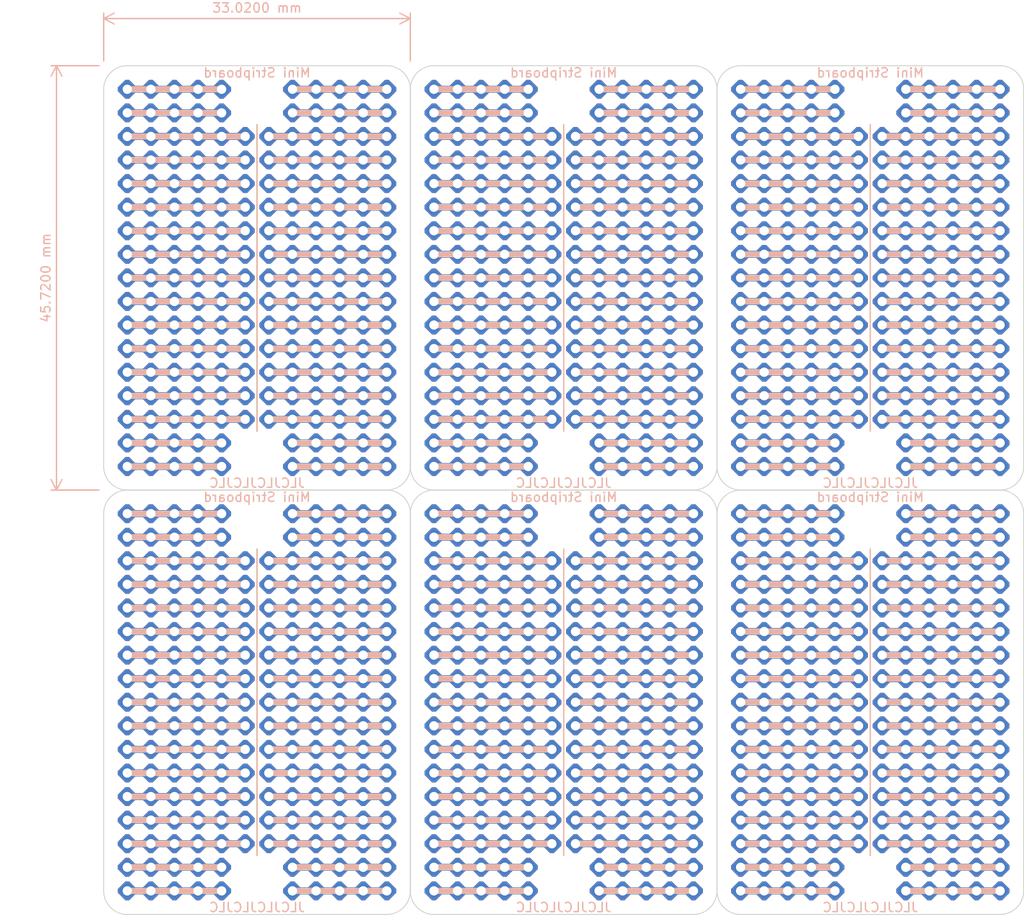
<source format=kicad_pcb>
(kicad_pcb (version 20211014) (generator pcbnew)
  (layers (0 "F.Cu" signal) (31 "B.Cu" signal) (34 "B.Paste" user) (35 "F.Paste" user) (36 "B.SilkS" user "B.Silkscreen") (37 "F.SilkS" user "F.Silkscreen") (38 "B.Mask" user) (39 "F.Mask" user) (44 "Edge.Cuts" user))
  (net 0 "")
  (footprint "Custom:Strip6" (layer "F.Cu") (at 77.47 64.77 90)
    (fp_text reference "REF**" hide)
    (fp_text value "Strip6" hide)
  )
  (footprint "Custom:Strip6" (layer "F.Cu") (at 95.25 92.71 90)
    (fp_text reference "REF**98" hide)
    (fp_text value "Strip6" hide)
  )
  (footprint "Custom:Strip6" (layer "F.Cu") (at 143.51 64.77 90)
    (fp_text reference "REF**121" hide)
    (fp_text value "Strip6" hide)
  )
  (footprint "Custom:Strip6" (layer "F.Cu") (at 128.27 57.15 90)
    (fp_text reference "REF**126" hide)
    (fp_text value "Strip6" hide)
  )
  (footprint "Custom:Strip6" (layer "F.Cu") (at 143.51 67.31 90)
    (fp_text reference "REF**119" hide)
    (fp_text value "Strip6" hide)
  )
  (footprint "Custom:Strip6" (layer "F.Cu") (at 62.23 118.11 90)
    (fp_text reference "REF**6" hide)
    (fp_text value "Strip6" hide)
  )
  (footprint "Custom:Strip6" (layer "F.Cu") (at 62.23 67.31 90)
    (fp_text reference "REF**" hide)
    (fp_text value "Strip6" hide)
  )
  (footprint "Custom:Strip6" (layer "F.Cu") (at 95.25 67.31 90)
    (fp_text reference "REF**46" hide)
    (fp_text value "Strip6" hide)
  )
  (footprint "MountingHole:MountingHole_3.2mm_M3" (layer "F.Cu") (at 109.22 76.2)
    (fp_text reference "REF**39" hide)
    (fp_text value "MountingHole_3.2mm_M3" hide)
  )
  (footprint "Custom:Strip" (layer "F.Cu") (at 128.27 85.09 90)
    (fp_text reference "REF**176" hide)
    (fp_text value "Strip" hide)
  )
  (footprint "Custom:Strip6" (layer "F.Cu") (at 77.47 90.17 90)
    (fp_text reference "REF**29" hide)
    (fp_text value "Strip6" hide)
  )
  (footprint "Custom:Strip6" (layer "F.Cu") (at 143.51 118.11 90)
    (fp_text reference "REF**151" hide)
    (fp_text value "Strip6" hide)
  )
  (footprint "Custom:Strip6" (layer "F.Cu") (at 77.47 62.23 90)
    (fp_text reference "REF**" hide)
    (fp_text value "Strip6" hide)
  )
  (footprint "Custom:Strip6" (layer "F.Cu") (at 77.47 41.91 90)
    (fp_text reference "REF**" hide)
    (fp_text value "Strip6" hide)
  )
  (footprint "Custom:Strip6" (layer "F.Cu") (at 95.25 95.25 90)
    (fp_text reference "REF**96" hide)
    (fp_text value "Strip6" hide)
  )
  (footprint "MountingHole:MountingHole_3.2mm_M3" (layer "F.Cu") (at 142.24 83.82)
    (fp_text reference "REF**178" hide)
    (fp_text value "MountingHole_3.2mm_M3" hide)
  )
  (footprint "Custom:Strip" (layer "F.Cu") (at 95.25 77.47 90)
    (fp_text reference "REF**37" hide)
    (fp_text value "Strip" hide)
  )
  (footprint "Custom:Strip6" (layer "F.Cu") (at 95.25 113.03 90)
    (fp_text reference "REF**82" hide)
    (fp_text value "Strip6" hide)
  )
  (footprint "Custom:Strip6" (layer "F.Cu") (at 143.51 87.63 90)
    (fp_text reference "REF**175" hide)
    (fp_text value "Strip6" hide)
  )
  (footprint "Custom:Strip6" (layer "F.Cu") (at 62.23 115.57 90)
    (fp_text reference "REF**8" hide)
    (fp_text value "Strip6" hide)
  )
  (footprint "Custom:Strip6" (layer "F.Cu") (at 95.25 118.11 90)
    (fp_text reference "REF**78" hide)
    (fp_text value "Strip6" hide)
  )
  (footprint "Custom:Strip" (layer "F.Cu") (at 95.25 36.83 90)
    (fp_text reference "REF**71" hide)
    (fp_text value "Strip" hide)
  )
  (footprint "Custom:Strip6" (layer "F.Cu") (at 110.49 59.69 90)
    (fp_text reference "REF**53" hide)
    (fp_text value "Strip6" hide)
  )
  (footprint "Custom:Strip6" (layer "F.Cu") (at 62.23 69.85 90)
    (fp_text reference "REF**" hide)
    (fp_text value "Strip6" hide)
  )
  (footprint "Custom:Strip6" (layer "F.Cu") (at 143.51 62.23 90)
    (fp_text reference "REF**123" hide)
    (fp_text value "Strip6" hide)
  )
  (footprint "Custom:Strip" (layer "F.Cu") (at 80.015 74.93 90)
    (fp_text reference "REF**" hide)
    (fp_text value "Strip" hide)
  )
  (footprint "Custom:Strip6" (layer "F.Cu") (at 95.25 110.49 90)
    (fp_text reference "REF**84" hide)
    (fp_text value "Strip6" hide)
  )
  (footprint "Custom:Strip6" (layer "F.Cu") (at 110.49 52.07 90)
    (fp_text reference "REF**59" hide)
    (fp_text value "Strip6" hide)
  )
  (footprint "Custom:Strip6" (layer "F.Cu") (at 110.49 97.79 90)
    (fp_text reference "REF**95" hide)
    (fp_text value "Strip6" hide)
  )
  (footprint "Custom:Strip6" (layer "F.Cu") (at 143.51 54.61 90)
    (fp_text reference "REF**129" hide)
    (fp_text value "Strip6" hide)
  )
  (footprint "Custom:Strip" (layer "F.Cu") (at 128.27 123.19 90)
    (fp_text reference "REF**145" hide)
    (fp_text value "Strip" hide)
  )
  (footprint "Custom:Strip6" (layer "F.Cu") (at 110.49 64.77 90)
    (fp_text reference "REF**49" hide)
    (fp_text value "Strip6" hide)
  )
  (footprint "Custom:Strip" (layer "F.Cu") (at 62.23 36.83 90)
    (fp_text reference "REF**" hide)
    (fp_text value "Strip" hide)
  )
  (footprint "Custom:Strip6" (layer "F.Cu") (at 128.27 64.77 90)
    (fp_text reference "REF**120" hide)
    (fp_text value "Strip6" hide)
  )
  (footprint "Custom:Strip" (layer "F.Cu") (at 146.055 77.47 90)
    (fp_text reference "REF**110" hide)
    (fp_text value "Strip" hide)
  )
  (footprint "Custom:Strip" (layer "F.Cu") (at 113.04 85.09 90)
    (fp_text reference "REF**105" hide)
    (fp_text value "Strip" hide)
  )
  (footprint "Custom:Strip6" (layer "F.Cu") (at 95.25 100.33 90)
    (fp_text reference "REF**92" hide)
    (fp_text value "Strip6" hide)
  )
  (footprint "Custom:Strip6" (layer "F.Cu") (at 143.51 107.95 90)
    (fp_text reference "REF**159" hide)
    (fp_text value "Strip6" hide)
  )
  (footprint "Custom:Strip" (layer "F.Cu") (at 80.02 39.37 90)
    (fp_text reference "REF**" hide)
    (fp_text value "Strip" hide)
  )
  (footprint "Custom:Strip" (layer "F.Cu") (at 62.23 39.37 90)
    (fp_text reference "REF**" hide)
    (fp_text value "Strip" hide)
  )
  (footprint "Custom:Strip" (layer "F.Cu") (at 80.02 36.83 90)
    (fp_text reference "REF**" hide)
    (fp_text value "Strip" hide)
  )
  (footprint "Custom:Strip6" (layer "F.Cu") (at 143.51 52.07 90)
    (fp_text reference "REF**131" hide)
    (fp_text value "Strip6" hide)
  )
  (footprint "Custom:Strip6" (layer "F.Cu") (at 110.49 107.95 90)
    (fp_text reference "REF**87" hide)
    (fp_text value "Strip6" hide)
  )
  (footprint "Custom:Strip6" (layer "F.Cu") (at 62.23 64.77 90)
    (fp_text reference "REF**" hide)
    (fp_text value "Strip6" hide)
  )
  (footprint "Custom:Strip6" (layer "F.Cu") (at 143.51 49.53 90)
    (fp_text reference "REF**133" hide)
    (fp_text value "Strip6" hide)
  )
  (footprint "Custom:Strip6" (layer "F.Cu") (at 77.47 100.33 90)
    (fp_text reference "REF**21" hide)
    (fp_text value "Strip6" hide)
  )
  (footprint "Custom:Strip6" (layer "F.Cu") (at 110.49 67.31 90)
    (fp_text reference "REF**47" hide)
    (fp_text value "Strip6" hide)
  )
  (footprint "Custom:Strip" (layer "F.Cu") (at 113.035 74.93 90)
    (fp_text reference "REF**41" hide)
    (fp_text value "Strip" hide)
  )
  (footprint "Custom:Strip6" (layer "F.Cu") (at 95.25 72.39 90)
    (fp_text reference "REF**42" hide)
    (fp_text value "Strip6" hide)
  )
  (footprint "MountingHole:MountingHole_3.2mm_M3" (layer "F.Cu") (at 142.24 76.2)
    (fp_text reference "REF**111" hide)
    (fp_text value "MountingHole_3.2mm_M3" hide)
  )
  (footprint "Custom:Strip" (layer "F.Cu") (at 95.25 74.93 90)
    (fp_text reference "REF**40" hide)
    (fp_text value "Strip" hide)
  )
  (footprint "MountingHole:MountingHole_3.2mm_M3" (layer "F.Cu") (at 109.22 83.82)
    (fp_text reference "REF**106" hide)
    (fp_text value "MountingHole_3.2mm_M3" hide)
  )
  (footprint "Custom:Strip6" (layer "F.Cu") (at 77.47 72.39 90)
    (fp_text reference "REF**" hide)
    (fp_text value "Strip6" hide)
  )
  (footprint "Custom:Strip6" (layer "F.Cu") (at 110.49 95.25 90)
    (fp_text reference "REF**97" hide)
    (fp_text value "Strip6" hide)
  )
  (footprint "Custom:Strip6" (layer "F.Cu") (at 62.23 52.07 90)
    (fp_text reference "REF**" hide)
    (fp_text value "Strip6" hide)
  )
  (footprint "Custom:Strip6" (layer "F.Cu") (at 77.47 67.31 90)
    (fp_text reference "REF**" hide)
    (fp_text value "Strip6" hide)
  )
  (footprint "Custom:Strip6" (layer "F.Cu") (at 143.51 102.87 90)
    (fp_text reference "REF**163" hide)
    (fp_text value "Strip6" hide)
  )
  (footprint "Custom:Strip" (layer "F.Cu") (at 62.23 85.09 90)
    (fp_text reference "REF**32" hide)
    (fp_text value "Strip" hide)
  )
  (footprint "Custom:Strip6" (layer "F.Cu") (at 128.27 115.57 90)
    (fp_text reference "REF**152" hide)
    (fp_text value "Strip6" hide)
  )
  (footprint "Custom:Strip6" (layer "F.Cu") (at 110.49 49.53 90)
    (fp_text reference "REF**61" hide)
    (fp_text value "Strip6" hide)
  )
  (footprint "Custom:Strip" (layer "F.Cu") (at 95.25 85.09 90)
    (fp_text reference "REF**104" hide)
    (fp_text value "Strip" hide)
  )
  (footprint "Custom:Strip" (layer "F.Cu") (at 95.25 39.37 90)
    (fp_text reference "REF**68" hide)
    (fp_text value "Strip" hide)
  )
  (footprint "Custom:Strip6" (layer "F.Cu") (at 143.51 59.69 90)
    (fp_text reference "REF**125" hide)
    (fp_text value "Strip6" hide)
  )
  (footprint "Custom:Strip6" (layer "F.Cu") (at 95.25 62.23 90)
    (fp_text reference "REF**50" hide)
    (fp_text value "Strip6" hide)
  )
  (footprint "Custom:Strip" (layer "F.Cu") (at 146.06 82.55 90)
    (fp_text reference "REF**180" hide)
    (fp_text value "Strip" hide)
  )
  (footprint "Custom:Strip6" (layer "F.Cu") (at 95.25 64.77 90)
    (fp_text reference "REF**48" hide)
    (fp_text value "Strip6" hide)
  )
  (footprint "MountingHole:MountingHole_3.2mm_M3" (layer "F.Cu") (at 109.22 121.92)
    (fp_text reference "REF**75" hide)
    (fp_text value "MountingHole_3.2mm_M3" hide)
  )
  (footprint "Custom:Strip6" (layer "F.Cu") (at 128.27 90.17 90)
    (fp_text reference "REF**172" hide)
    (fp_text value "Strip6" hide)
  )
  (footprint "Custom:Strip6" (layer "F.Cu") (at 95.25 87.63 90)
    (fp_text reference "REF**102" hide)
    (fp_text value "Strip6" hide)
  )
  (footprint "Custom:Strip6" (layer "F.Cu") (at 62.23 59.69 90)
    (fp_text reference "REF**" hide)
    (fp_text value "Strip6" hide)
  )
  (footprint "Custom:Strip" (layer "F.Cu") (at 80.015 123.19 90)
    (fp_text reference "REF**2" hide)
    (fp_text value "Strip" hide)
  )
  (footprint "Custom:Strip6" (layer "F.Cu") (at 110.49 90.17 90)
    (fp_text reference "REF**101" hide)
    (fp_text value "Strip6" hide)
  )
  (footprint "Custom:Strip6" (layer "F.Cu") (at 95.25 44.45 90)
    (fp_text reference "REF**64" hide)
    (fp_text value "Strip6" hide)
  )
  (footprint "Custom:Strip6" (layer "F.Cu") (at 128.27 72.39 90)
    (fp_text reference "REF**114" hide)
    (fp_text value "Strip6" hide)
  )
  (footprint "Custom:Strip6" (layer "F.Cu") (at 110.49 110.49 90)
    (fp_text reference "REF**85" hide)
    (fp_text value "Strip6" hide)
  )
  (footprint "Custom:Strip6" (layer "F.Cu") (at 77.47 49.53 90)
    (fp_text reference "REF**" hide)
    (fp_text value "Strip6" hide)
  )
  (footprint "Custom:Strip6" (layer "F.Cu") (at 77.47 59.69 90)
    (fp_text reference "REF**" hide)
    (fp_text value "Strip6" hide)
  )
  (footprint "Custom:Strip6" (layer "F.Cu") (at 128.27 69.85 90)
    (fp_text reference "REF**116" hide)
    (fp_text value "Strip6" hide)
  )
  (footprint "Custom:Strip6" (layer "F.Cu") (at 128.27 105.41 90)
    (fp_text reference "REF**160" hide)
    (fp_text value "Strip6" hide)
  )
  (footprint "Custom:Strip6" (layer "F.Cu") (at 62.23 57.15 90)
    (fp_text reference "REF**" hide)
    (fp_text value "Strip6" hide)
  )
  (footprint "Custom:Strip6" (layer "F.Cu") (at 77.47 110.49 90)
    (fp_text reference "REF**13" hide)
    (fp_text value "Strip6" hide)
  )
  (footprint "Custom:Strip" (layer "F.Cu") (at 113.04 39.37 90)
    (fp_text reference "REF**69" hide)
    (fp_text value "Strip" hide)
  )
  (footprint "Custom:Strip6" (layer "F.Cu") (at 128.27 102.87 90)
    (fp_text reference "REF**162" hide)
    (fp_text value "Strip6" hide)
  )
  (footprint "Custom:Strip" (layer "F.Cu") (at 62.23 120.65 90)
    (fp_text reference "REF**4" hide)
    (fp_text value "Strip" hide)
  )
  (footprint "Custom:Strip6" (layer "F.Cu") (at 110.49 87.63 90)
    (fp_text reference "REF**103" hide)
    (fp_text value "Strip6" hide)
  )
  (footprint "Custom:Strip6" (layer "F.Cu") (at 110.49 44.45 90)
    (fp_text reference "REF**65" hide)
    (fp_text value "Strip6" hide)
  )
  (footprint "Custom:Strip6" (layer "F.Cu") (at 128.27 52.07 90)
    (fp_text reference "REF**130" hide)
    (fp_text value "Strip6" hide)
  )
  (footprint "Custom:Strip6" (layer "F.Cu") (at 77.47 92.71 90)
    (fp_text reference "REF**27" hide)
    (fp_text value "Strip6" hide)
  )
  (footprint "Custom:Strip6" (layer "F.Cu") (at 110.49 57.15 90)
    (fp_text reference "REF**55" hide)
    (fp_text value "Strip6" hide)
  )
  (footprint "Custom:Strip" (layer "F.Cu") (at 62.23 74.93 90)
    (fp_text reference "REF**" hide)
    (fp_text value "Strip" hide)
  )
  (footprint "Custom:Strip6" (layer "F.Cu") (at 128.27 100.33 90)
    (fp_text reference "REF**164" hide)
    (fp_text value "Strip6" hide)
  )
  (footprint "Custom:Strip" (layer "F.Cu") (at 80.02 82.55 90)
    (fp_text reference "REF**36" hide)
    (fp_text value "Strip" hide)
  )
  (footprint "Custom:Strip" (layer "F.Cu") (at 62.23 123.19 90)
    (fp_text reference "REF**1" hide)
    (fp_text value "Strip" hide)
  )
  (footprint "Custom:Strip6" (layer "F.Cu") (at 128.27 113.03 90)
    (fp_text reference "REF**154" hide)
    (fp_text value "Strip6" hide)
  )
  (footprint "Custom:Strip6" (layer "F.Cu") (at 77.47 44.45 90)
    (fp_text reference "REF**" hide)
    (fp_text value "Strip6" hide)
  )
  (footprint "Custom:Strip" (layer "F.Cu") (at 113.04 36.83 90)
    (fp_text reference "REF**72" hide)
    (fp_text value "Strip" hide)
  )
  (footprint "Custom:Strip6" (layer "F.Cu") (at 143.51 57.15 90)
    (fp_text reference "REF**127" hide)
    (fp_text value "Strip6" hide)
  )
  (footprint "Custom:Strip6" (layer "F.Cu") (at 95.25 46.99 90)
    (fp_text reference "REF**62" hide)
    (fp_text value "Strip6" hide)
  )
  (footprint "Custom:Strip6" (layer "F.Cu") (at 95.25 107.95 90)
    (fp_text reference "REF**86" hide)
    (fp_text value "Strip6" hide)
  )
  (footprint "Custom:Strip6" (layer "F.Cu") (at 143.51 69.85 90)
    (fp_text reference "REF**117" hide)
    (fp_text value "Strip6" hide)
  )
  (footprint "Custom:Strip6" (layer "F.Cu") (at 110.49 54.61 90)
    (fp_text reference "REF**57" hide)
    (fp_text value "Strip6" hide)
  )
  (footprint "Custom:Strip6" (layer "F.Cu") (at 110.49 105.41 90)
    (fp_text reference "REF**89" hide)
    (fp_text value "Strip6" hide)
  )
  (footprint "Custom:Strip6" (layer "F.Cu") (at 62.23 72.39 90)
    (fp_text reference "REF**" hide)
    (fp_text value "Strip6" hide)
  )
  (footprint "Custom:Strip6" (layer "F.Cu") (at 128.27 44.45 90)
    (fp_text reference "REF**136" hide)
    (fp_text value "Strip6" hide)
  )
  (footprint "Custom:Strip6" (layer "F.Cu") (at 110.49 100.33 90)
    (fp_text reference "REF**93" hide)
    (fp_text value "Strip6" hide)
  )
  (footprint "Custom:Strip6" (layer "F.Cu") (at 62.23 97.79 90)
    (fp_text reference "REF**22" hide)
    (fp_text value "Strip6" hide)
  )
  (footprint "Custom:Strip6" (layer "F.Cu") (at 110.49 62.23 90)
    (fp_text reference "REF**51" hide)
    (fp_text value "Strip6" hide)
  )
  (footprint "Custom:Strip" (layer "F.Cu") (at 95.25 120.65 90)
    (fp_text reference "REF**76" hide)
    (fp_text value "Strip" hide)
  )
  (footprint "Custom:Strip6" (layer "F.Cu") (at 62.23 44.45 90)
    (fp_text reference "REF**" hide)
    (fp_text value "Strip6" hide)
  )
  (footprint "Custom:Strip6" (layer "F.Cu") (at 95.25 59.69 90)
    (fp_text reference "REF**52" hide)
    (fp_text value "Strip6" hide)
  )
  (footprint "Custom:Strip6" (layer "F.Cu") (at 128.27 62.23 90)
    (fp_text reference "REF**122" hide)
    (fp_text value "Strip6" hide)
  )
  (footprint "Custom:Strip" (layer "F.Cu") (at 80.02 85.09 90)
    (fp_text reference "REF**33" hide)
    (fp_text value "Strip" hide)
  )
  (footprint "Custom:Strip6" (layer "F.Cu") (at 143.51 46.99 90)
    (fp_text reference "REF**135" hide)
    (fp_text value "Strip6" hide)
  )
  (footprint "MountingHole:MountingHole_3.2mm_M3" (layer "F.Cu") (at 76.2 38.1)
    (fp_text reference "REF**" hide)
    (fp_text value "MountingHole_3.2mm_M3" hide)
  )
  (footprint "Custom:Strip6" (layer "F.Cu") (at 95.25 115.57 90)
    (fp_text reference "REF**80" hide)
    (fp_text value "Strip6" hide)
  )
  (footprint "Custom:Strip6" (layer "F.Cu") (at 62.23 41.91 90)
    (fp_text reference "REF**" hide)
    (fp_text value "Strip6" hide)
  )
  (footprint "Custom:Strip6" (layer "F.Cu") (at 62.23 110.49 90)
    (fp_text reference "REF**12" hide)
    (fp_text value "Strip6" hide)
  )
  (footprint "Custom:Strip6" (layer "F.Cu") (at 128.27 54.61 90)
    (fp_text reference "REF**128" hide)
    (fp_text value "Strip6" hide)
  )
  (footprint "Custom:Strip6" (layer "F.Cu") (at 95.25 90.17 90)
    (fp_text reference "REF**100" hide)
    (fp_text value "Strip6" hide)
  )
  (footprint "Custom:Strip6" (layer "F.Cu") (at 95.25 57.15 90)
    (fp_text reference "REF**54" hide)
    (fp_text value "Strip6" hide)
  )
  (footprint "Custom:Strip6" (layer "F.Cu") (at 143.51 100.33 90)
    (fp_text reference "REF**165" hide)
    (fp_text value "Strip6" hide)
  )
  (footprint "Custom:Strip6" (layer "F.Cu") (at 128.27 87.63 90)
    (fp_text reference "REF**174" hide)
    (fp_text value "Strip6" hide)
  )
  (footprint "MountingHole:MountingHole_3.2mm_M3" (layer "F.Cu") (at 76.2 121.92)
    (fp_text reference "REF**3" hide)
    (fp_text value "MountingHole_3.2mm_M3" hide)
  )
  (footprint "Custom:Strip" (layer "F.Cu") (at 146.055 120.65 90)
    (fp_text reference "REF**149" hide)
    (fp_text value "Strip" hide)
  )
  (footprint "Custom:Strip6" (layer "F.Cu") (at 62.23 54.61 90)
    (fp_text reference "REF**" hide)
    (fp_text value "Strip6" hide)
  )
  (footprint "MountingHole:MountingHole_3.2mm_M3" (layer "F.Cu") (at 142.24 38.1)
    (fp_text reference "REF**142" hide)
    (fp_text value "MountingHole_3.2mm_M3" hide)
  )
  (footprint "Custom:Strip6" (layer "F.Cu") (at 62.23 100.33 90)
    (fp_text reference "REF**20" hide)
    (fp_text value "Strip6" hide)
  )
  (footprint "Custom:Strip6" (layer "F.Cu") (at 128.27 46.99 90)
    (fp_text reference "REF**134" hide)
    (fp_text value "Strip6" hide)
  )
  (footprint "Custom:Strip6" (layer "F.Cu") (at 95.25 97.79 90)
    (fp_text reference "REF**94" hide)
    (fp_text value "Strip6" hide)
  )
  (footprint "Custom:Strip6" (layer "F.Cu") (at 143.51 113.03 90)
    (fp_text reference "REF**155" hide)
    (fp_text value "Strip6" hide)
  )
  (footprint "Custom:Strip6" (layer "F.Cu") (at 77.47 97.79 90)
    (fp_text reference "REF**23" hide)
    (fp_text value "Strip6" hide)
  )
  (footprint "Custom:Strip6" (layer "F.Cu") (at 77.47 54.61 90)
    (fp_text reference "REF**" hide)
    (fp_text value "Strip6" hide)
  )
  (footprint "Custom:Strip6" (layer "F.Cu") (at 110.49 72.39 90)
    (fp_text reference "REF**43" hide)
    (fp_text value "Strip6" hide)
  )
  (footprint "Custom:Strip6" (layer "F.Cu") (at 77.47 102.87 90)
    (fp_text reference "REF**19" hide)
    (fp_text value "Strip6" hide)
  )
  (footprint "Custom:Strip" (layer "F.Cu") (at 95.25 82.55 90)
    (fp_text reference "REF**107" hide)
    (fp_text value "Strip" hide)
  )
  (footprint "Custom:Strip" (layer "F.Cu") (at 128.27 120.65 90)
    (fp_text reference "REF**148" hide)
    (fp_text value "Strip" hide)
  )
  (footprint "Custom:Strip6" (layer "F.Cu") (at 77.47 52.07 90)
    (fp_text reference "REF**" hide)
    (fp_text value "Strip6" hide)
  )
  (footprint "Custom:Strip6" (layer "F.Cu") (at 143.51 115.57 90)
    (fp_text reference "REF**153" hide)
    (fp_text value "Strip6" hide)
  )
  (footprint "Custom:Strip6" (layer "F.Cu") (at 128.27 49.53 90)
    (fp_text reference "REF**132" hide)
    (fp_text value "Strip6" hide)
  )
  (footprint "Custom:Strip6" (layer "F.Cu") (at 143.51 97.79 90)
    (fp_text reference "REF**167" hide)
    (fp_text value "Strip6" hide)
  )
  (footprint "Custom:Strip6" (layer "F.Cu") (at 62.23 90.17 90)
    (fp_text reference "REF**28" hide)
    (fp_text value "Strip6" hide)
  )
  (footprint "Custom:Strip" (layer "F.Cu") (at 113.04 82.55 90)
    (fp_text reference "REF**108" hide)
    (fp_text value "Strip" hide)
  )
  (footprint "Custom:Strip6" (layer "F.Cu") (at 77.47 105.41 90)
    (fp_text reference "REF**17" hide)
    (fp_text value "Strip6" hide)
  )
  (footprint "Custom:Strip6" (layer "F.Cu") (at 143.51 105.41 90)
    (fp_text reference "REF**161" hide)
    (fp_text value "Strip6" hide)
  )
  (footprint "Custom:Strip" (layer "F.Cu") (at 113.035 123.19 90)
    (fp_text reference "REF**74" hide)
    (fp_text value "Strip" hide)
  )
  (footprint "Custom:Strip6" (layer "F.Cu") (at 95.25 49.53 90)
    (fp_text reference "REF**60" hide)
    (fp_text value "Strip6" hide)
  )
  (footprint "Custom:Strip6" (layer "F.Cu") (at 110.49 46.99 90)
    (fp_text reference "REF**63" hide)
    (fp_text value "Strip6" hide)
  )
  (footprint "Custom:Strip6" (layer "F.Cu") (at 77.47 107.95 90)
    (fp_text reference "REF**15" hide)
    (fp_text value "Strip6" hide)
  )
  (footprint "Custom:Strip6" (layer "F.Cu") (at 110.49 69.85 90)
    (fp_text reference "REF**45" hide)
    (fp_text value "Strip6" hide)
  )
  (footprint "Custom:Strip6" (layer "F.Cu") (at 128.27 41.91 90)
    (fp_text reference "REF**138" hide)
    (fp_text value "Strip6" hide)
  )
  (footprint "Custom:Strip6" (layer "F.Cu") (at 128.27 110.49 90)
    (fp_text reference "REF**156" hide)
    (fp_text value "Strip6" hide)
  )
  (footprint "Custom:Strip6" (layer "F.Cu") (at 110.49 113.03 90)
    (fp_text reference "REF**83" hide)
    (fp_text value "Strip6" hide)
  )
  (footprint "Custom:Strip6" (layer "F.Cu") (at 128.27 67.31 90)
    (fp_text reference "REF**118" hide)
    (fp_text value "Strip6" hide)
  )
  (footprint "Custom:Strip" (layer "F.Cu") (at 146.06 36.83 90)
    (fp_text reference "REF**144" hide)
    (fp_text value "Strip" hide)
  )
  (footprint "Custom:Strip6" (layer "F.Cu") (at 77.47 87.63 90)
    (fp_text reference "REF**31" hide)
    (fp_text value "Strip6" hide)
  )
  (footprint "Custom:Strip" (layer "F.Cu") (at 128.27 82.55 90)
    (fp_text reference "REF**179" hide)
    (fp_text value "Strip" hide)
  )
  (footprint "Custom:Strip6" (layer "F.Cu") (at 77.47 57.15 90)
    (fp_text reference "REF**" hide)
    (fp_text value "Strip6" hide)
  )
  (footprint "Custom:Strip6" (layer "F.Cu") (at 143.51 44.45 90)
    (fp_text reference "REF**137" hide)
    (fp_text value "Strip6" hide)
  )
  (footprint "Custom:Strip6" (layer "F.Cu") (at 110.49 102.87 90)
    (fp_text reference "REF**91" hide)
    (fp_text value "Strip6" hide)
  )
  (footprint "Custom:Strip6" (layer "F.Cu") (at 62.23 113.03 90)
    (fp_text reference "REF**10" hide)
    (fp_text value "Strip6" hide)
  )
  (footprint "Custom:Strip" (layer "F.Cu") (at 128.27 36.83 90)
    (fp_text reference "REF**143" hide)
    (fp_text value "Strip" hide)
  )
  (footprint "Custom:Strip" (layer "F.Cu") (at 62.23 82.55 90)
    (fp_text reference "REF**35" hide)
    (fp_text value "Strip" hide)
  )
  (footprint "Custom:Strip6" (layer "F.Cu") (at 128.27 107.95 90)
    (fp_text reference "REF**158" hide)
    (fp_text value "Strip6" hide)
  )
  (footprint "Custom:Strip6" (layer "F.Cu") (at 110.49 92.71 90)
    (fp_text reference "REF**99" hide)
    (fp_text value "Strip6" hide)
  )
  (footprint "Custom:Strip6" (layer "F.Cu") (at 62.23 95.25 90)
    (fp_text reference "REF**24" hide)
    (fp_text value "Strip6" hide)
  )
  (footprint "Custom:Strip" (layer "F.Cu") (at 128.27 74.93 90)
    (fp_text reference "REF**112" hide)
    (fp_text value "Strip" hide)
  )
  (footprint "Custom:Strip6" (layer "F.Cu") (at 62.23 107.95 90)
    (fp_text reference "REF**14" hide)
    (fp_text value "Strip6" hide)
  )
  (footprint "Custom:Strip" (layer "F.Cu") (at 80.015 77.47 90)
    (fp_text reference "REF**" hide)
    (fp_text value "Strip" hide)
  )
  (footprint "Custom:Strip" (layer "F.Cu") (at 113.035 120.65 90)
    (fp_text reference "REF**77" hide)
    (fp_text value "Strip" hide)
  )
  (footprint "Custom:Strip" (layer "F.Cu") (at 146.06 85.09 90)
    (fp_text reference "REF**177" hide)
    (fp_text value "Strip" hide)
  )
  (footprint "Custom:Strip6" (layer "F.Cu") (at 62.23 105.41 90)
    (fp_text reference "REF**16" hide)
    (fp_text value "Strip6" hide)
  )
  (footprint "MountingHole:MountingHole_3.2mm_M3" (layer "F.Cu") (at 109.22 38.1)
    (fp_text reference "REF**70" hide)
    (fp_text value "MountingHole_3.2mm_M3" hide)
  )
  (footprint "Custom:Strip6" (layer "F.Cu") (at 110.49 118.11 90)
    (fp_text reference "REF**79" hide)
    (fp_text value "Strip6" hide)
  )
  (footprint "Custom:Strip6" (layer "F.Cu") (at 143.51 41.91 90)
    (fp_text reference "REF**139" hide)
    (fp_text value "Strip6" hide)
  )
  (footprint "Custom:Strip6" (layer "F.Cu") (at 143.51 95.25 90)
    (fp_text reference "REF**169" hide)
    (fp_text value "Strip6" hide)
  )
  (footprint "Custom:Strip" (layer "F.Cu") (at 146.055 123.19 90)
    (fp_text reference "REF**146" hide)
    (fp_text value "Strip" hide)
  )
  (footprint "Custom:Strip" (layer "F.Cu") (at 95.25 123.19 90)
    (fp_text reference "REF**73" hide)
    (fp_text value "Strip" hide)
  )
  (footprint "Custom:Strip6" (layer "F.Cu") (at 128.27 59.69 90)
    (fp_text reference "REF**124" hide)
    (fp_text value "Strip6" hide)
  )
  (footprint "Custom:Strip6" (layer "F.Cu") (at 62.23 62.23 90)
    (fp_text reference "REF**" hide)
    (fp_text value "Strip6" hide)
  )
  (footprint "Custom:Strip6" (layer "F.Cu") (at 77.47 115.57 90)
    (fp_text reference "REF**9" hide)
    (fp_text value "Strip6" hide)
  )
  (footprint "Custom:Strip" (layer "F.Cu") (at 146.06 39.37 90)
    (fp_text reference "REF**141" hide)
    (fp_text value "Strip" hide)
  )
  (footprint "Custom:Strip6" (layer "F.Cu") (at 95.25 105.41 90)
    (fp_text reference "REF**88" hide)
    (fp_text value "Strip6" hide)
  )
  (footprint "Custom:Strip6" (layer "F.Cu") (at 62.23 46.99 90)
    (fp_text reference "REF**" hide)
    (fp_text value "Strip6" hide)
  )
  (footprint "Custom:Strip6" (layer "F.Cu") (at 128.27 92.71 90)
    (fp_text reference "REF**170" hide)
    (fp_text value "Strip6" hide)
  )
  (footprint "Custom:Strip6" (layer "F.Cu") (at 77.47 113.03 90)
    (fp_text reference "REF**11" hide)
    (fp_text value "Strip6" hide)
  )
  (footprint "Custom:Strip6" (layer "F.Cu") (at 95.25 69.85 90)
    (fp_text reference "REF**44" hide)
    (fp_text value "Strip6" hide)
  )
  (footprint "Custom:Strip6" (layer "F.Cu") (at 77.47 69.85 90)
    (fp_text reference "REF**" hide)
    (fp_text value "Strip6" hide)
  )
  (footprint "Custom:Strip6" (layer "F.Cu") (at 95.25 102.87 90)
    (fp_text reference "REF**90" hide)
    (fp_text value "Strip6" hide)
  )
  (footprint "Custom:Strip6" (layer "F.Cu") (at 143.51 92.71 90)
    (fp_text reference "REF**171" hide)
    (fp_text value "Strip6" hide)
  )
  (footprint "Custom:Strip6" (layer "F.Cu") (at 62.23 49.53 90)
    (fp_text reference "REF**" hide)
    (fp_text value "Strip6" hide)
  )
  (footprint "Custom:Strip6" (layer "F.Cu") (at 62.23 87.63 90)
    (fp_text reference "REF**30" hide)
    (fp_text value "Strip6" hide)
  )
  (footprint "Custom:Strip6" (layer "F.Cu") (at 62.23 102.87 90)
    (fp_text reference "REF**18" hide)
    (fp_text value "Strip6" hide)
  )
  (footprint "Custom:Strip" (layer "F.Cu") (at 80.015 120.65 90)
    (fp_text reference "REF**5" hide)
    (fp_text value "Strip" hide)
  )
  (footprint "Custom:Strip6" (layer "F.Cu") (at 128.27 97.79 90)
    (fp_text reference "REF**166" hide)
    (fp_text value "Strip6" hide)
  )
  (footprint "Custom:Strip" (layer "F.Cu") (at 62.23 77.47 90)
    (fp_text reference "REF**" hide)
    (fp_text value "Strip" hide)
  )
  (footprint "Custom:Strip" (layer "F.Cu") (at 146.055 74.93 90)
    (fp_text reference "REF**113" hide)
    (fp_text value "Strip" hide)
  )
  (footprint "Custom:Strip6" (layer "F.Cu") (at 110.49 41.91 90)
    (fp_text reference "REF**67" hide)
    (fp_text value "Strip6" hide)
  )
  (footprint "Custom:Strip6" (layer "F.Cu") (at 143.51 110.49 90)
    (fp_text reference "REF**157" hide)
    (fp_text value "Strip6" hide)
  )
  (footprint "Custom:Strip6" (layer "F.Cu") (at 95.25 52.07 90)
    (fp_text reference "REF**58" hide)
    (fp_text value "Strip6" hide)
  )
  (footprint "Custom:Strip6" (layer "F.Cu") (at 128.27 95.25 90)
    (fp_text reference "REF**168" hide)
    (fp_text value "Strip6" hide)
  )
  (footprint "MountingHole:MountingHole_3.2mm_M3" (layer "F.Cu") (at 142.24 121.92)
    (fp_text reference "REF**147" hide)
    (fp_text value "MountingHole_3.2mm_M3" hide)
  )
  (footprint "Custom:Strip6" (layer "F.Cu") (at 77.47 118.11 90)
    (fp_text reference "REF**7" hide)
    (fp_text value "Strip6" hide)
  )
  (footprint "Custom:Strip" (layer "F.Cu") (at 113.035 77.47 90)
    (fp_text reference "REF**38" hide)
    (fp_text value "Strip" hide)
  )
  (footprint "Custom:Strip6" (layer "F.Cu") (at 128.27 118.11 90)
    (fp_text reference "REF**150" hide)
    (fp_text value "Strip6" hide)
  )
  (footprint "MountingHole:MountingHole_3.2mm_M3" (layer "F.Cu") (at 76.2 76.2)
    (fp_text reference "REF**" hide)
    (fp_text value "MountingHole_3.2mm_M3" hide)
  )
  (footprint "Custom:Strip6" (layer "F.Cu") (at 77.47 46.99 90)
    (fp_text reference "REF**" hide)
    (fp_text value "Strip6" hide)
  )
  (footprint "Custom:Strip" (layer "F.Cu") (at 128.27 39.37 90)
    (fp_text reference "REF**140" hide)
    (fp_text value "Strip" hide)
  )
  (footprint "Custom:Strip6" (layer "F.Cu") (at 62.23 92.71 90)
    (fp_text reference "REF**26" hide)
    (fp_text value "Strip6" hide)
  )
  (footprint "Custom:Strip" (layer "F.Cu") (at 128.27 77.47 90)
    (fp_text reference "REF**109" hide)
    (fp_text value "Strip" hide)
  )
  (footprint "Custom:Strip6" (layer "F.Cu") (at 143.51 72.39 90)
    (fp_text reference "REF**115" hide)
    (fp_text value "Strip6" hide)
  )
  (footprint "Custom:Strip6" (layer "F.Cu") (at 95.25 41.91 90)
    (fp_text reference "REF**66" hide)
    (fp_text value "Strip6" hide)
  )
  (footprint "Custom:Strip6" (layer "F.Cu") (at 77.47 95.25 90)
    (fp_text reference "REF**25" hide)
    (fp_text value "Strip6" hide)
  )
  (footprint "Custom:Strip6" (layer "F.Cu") (at 143.51 90.17 90)
    (fp_text reference "REF**173" hide)
    (fp_text value "Strip6" hide)
  )
  (footprint "Custom:Strip6" (layer "F.Cu") (at 95.25 54.61 90)
    (fp_text reference "REF**56" hide)
    (fp_text value "Strip6" hide)
  )
  (footprint "Custom:Strip6" (layer "F.Cu") (at 110.49 115.57 90)
    (fp_text reference "REF**81" hide)
    (fp_text value "Strip6" hide)
  )
  (footprint "MountingHole:MountingHole_3.2mm_M3" (layer "F.Cu") (at 76.2 83.82)
    (fp_text reference "REF**34" hide)
    (fp_text value "MountingHole_3.2mm_M3" hide)
  )
  (gr_line (start 142.24 40.64) (end 142.24 73.66) (layer "B.SilkS") (width 0.15))
  (gr_line (start 109.22 40.64) (end 109.22 73.66) (layer "B.SilkS") (width 0.15))
  (gr_line (start 76.2 40.64) (end 76.2 73.66) (layer "B.SilkS") (width 0.15))
  (gr_line (start 109.22 86.36) (end 109.22 119.38) (layer "B.SilkS") (width 0.15))
  (gr_line (start 142.24 86.36) (end 142.24 119.38) (layer "B.SilkS") (width 0.15))
  (gr_line (start 76.2 86.36) (end 76.2 119.38) (layer "B.SilkS") (width 0.15))
  (gr_line (start 109.22 40.64) (end 109.22 73.66) (layer "F.SilkS") (width 0.15))
  (gr_line (start 76.2 86.36) (end 76.2 119.38) (layer "F.SilkS") (width 0.15))
  (gr_line (start 142.24 40.64) (end 142.24 73.66) (layer "F.SilkS") (width 0.15))
  (gr_line (start 76.2 40.64) (end 76.2 73.66) (layer "F.SilkS") (width 0.15))
  (gr_line (start 142.24 86.36) (end 142.24 119.38) (layer "F.SilkS") (width 0.15))
  (gr_line (start 109.22 86.36) (end 109.22 119.38) (layer "F.SilkS") (width 0.15))
  (gr_arc (start 95.249999 80.010001) (mid 93.453948 79.266052) (end 92.709999 77.470001) (layer "Edge.Cuts") (width 0.1))
  (gr_arc (start 92.710001 77.470001) (mid 91.966052 79.266052) (end 90.170001 80.010001) (layer "Edge.Cuts") (width 0.1))
  (gr_line (start 90.17 80.01) (end 62.23 80.01) (layer "Edge.Cuts") (width 0.1))
  (gr_line (start 95.249999 80.010001) (end 123.190001 80.010001) (layer "Edge.Cuts") (width 0.1))
  (gr_line (start 62.229999 80.010001) (end 90.170001 80.010001) (layer "Edge.Cuts") (width 0.1))
  (gr_arc (start 95.249999 125.730001) (mid 93.453948 124.986052) (end 92.709999 123.190001) (layer "Edge.Cuts") (width 0.1))
  (gr_arc (start 156.21 80.01) (mid 158.006051 80.753949) (end 158.75 82.55) (layer "Edge.Cuts") (width 0.1))
  (gr_arc (start 125.730001 77.470001) (mid 124.986052 79.266052) (end 123.190001 80.010001) (layer "Edge.Cuts") (width 0.1))
  (gr_line (start 156.21 80.01) (end 128.27 80.01) (layer "Edge.Cuts") (width 0.1))
  (gr_arc (start 90.17 80.01) (mid 91.966051 80.753949) (end 92.71 82.55) (layer "Edge.Cuts") (width 0.1))
  (gr_arc (start 92.71 82.55) (mid 93.453949 80.753949) (end 95.25 80.01) (layer "Edge.Cuts") (width 0.1))
  (gr_line (start 92.710001 123.190001) (end 92.71 82.55) (layer "Edge.Cuts") (width 0.1))
  (gr_line (start 123.19 34.29) (end 95.25 34.29) (layer "Edge.Cuts") (width 0.1))
  (gr_arc (start 125.73 82.55) (mid 126.473949 80.753949) (end 128.27 80.01) (layer "Edge.Cuts") (width 0.1))
  (gr_line (start 125.730001 77.470001) (end 125.73 36.83) (layer "Edge.Cuts") (width 0.1))
  (gr_line (start 92.71 36.83) (end 92.709999 77.470001) (layer "Edge.Cuts") (width 0.1))
  (gr_line (start 128.269999 125.730001) (end 156.210001 125.730001) (layer "Edge.Cuts") (width 0.1))
  (gr_arc (start 92.71 36.83) (mid 93.453949 35.033949) (end 95.25 34.29) (layer "Edge.Cuts") (width 0.1))
  (gr_arc (start 158.750001 123.190001) (mid 158.006052 124.986052) (end 156.210001 125.730001) (layer "Edge.Cuts") (width 0.1))
  (gr_line (start 158.750001 77.470001) (end 158.75 36.83) (layer "Edge.Cuts") (width 0.1))
  (gr_arc (start 62.229999 125.730001) (mid 60.433948 124.986052) (end 59.689999 123.190001) (layer "Edge.Cuts") (width 0.1))
  (gr_line (start 92.710001 77.470001) (end 92.71 36.83) (layer "Edge.Cuts") (width 0.1))
  (gr_line (start 62.229999 125.730001) (end 90.170001 125.730001) (layer "Edge.Cuts") (width 0.1))
  (gr_arc (start 123.19 80.01) (mid 124.986051 80.753949) (end 125.73 82.55) (layer "Edge.Cuts") (width 0.1))
  (gr_arc (start 158.750001 77.470001) (mid 158.006052 79.266052) (end 156.210001 80.010001) (layer "Edge.Cuts") (width 0.1))
  (gr_arc (start 59.69 36.83) (mid 60.433949 35.033949) (end 62.23 34.29) (layer "Edge.Cuts") (width 0.1))
  (gr_arc (start 59.69 82.55) (mid 60.433949 80.753949) (end 62.23 80.01) (layer "Edge.Cuts") (width 0.1))
  (gr_line (start 128.269999 80.010001) (end 156.210001 80.010001) (layer "Edge.Cuts") (width 0.1))
  (gr_line (start 95.249999 125.730001) (end 123.190001 125.730001) (layer "Edge.Cuts") (width 0.1))
  (gr_line (start 90.17 34.29) (end 62.23 34.29) (layer "Edge.Cuts") (width 0.1))
  (gr_arc (start 156.21 34.29) (mid 158.006051 35.033949) (end 158.75 36.83) (layer "Edge.Cuts") (width 0.1))
  (gr_arc (start 123.19 34.29) (mid 124.986051 35.033949) (end 125.73 36.83) (layer "Edge.Cuts") (width 0.1))
  (gr_line (start 123.19 80.01) (end 95.25 80.01) (layer "Edge.Cuts") (width 0.1))
  (gr_line (start 92.71 82.55) (end 92.709999 123.190001) (layer "Edge.Cuts") (width 0.1))
  (gr_line (start 59.69 82.55) (end 59.689999 123.190001) (layer "Edge.Cuts") (width 0.1))
  (gr_arc (start 92.710001 123.190001) (mid 91.966052 124.986052) (end 90.170001 125.730001) (layer "Edge.Cuts") (width 0.1))
  (gr_arc (start 125.73 36.83) (mid 126.473949 35.033949) (end 128.27 34.29) (layer "Edge.Cuts") (width 0.1))
  (gr_line (start 158.750001 123.190001) (end 158.75 82.55) (layer "Edge.Cuts") (width 0.1))
  (gr_line (start 156.21 34.29) (end 128.27 34.29) (layer "Edge.Cuts") (width 0.1))
  (gr_line (start 125.73 36.83) (end 125.729999 77.470001) (layer "Edge.Cuts") (width 0.1))
  (gr_arc (start 125.730001 123.190001) (mid 124.986052 124.986052) (end 123.190001 125.730001) (layer "Edge.Cuts") (width 0.1))
  (gr_line (start 125.73 82.55) (end 125.729999 123.190001) (layer "Edge.Cuts") (width 0.1))
  (gr_line (start 125.730001 123.190001) (end 125.73 82.55) (layer "Edge.Cuts") (width 0.1))
  (gr_arc (start 62.229999 80.010001) (mid 60.433948 79.266052) (end 59.689999 77.470001) (layer "Edge.Cuts") (width 0.1))
  (gr_line (start 59.69 36.83) (end 59.689999 77.470001) (layer "Edge.Cuts") (width 0.1))
  (gr_arc (start 90.17 34.29) (mid 91.966051 35.033949) (end 92.71 36.83) (layer "Edge.Cuts") (width 0.1))
  (gr_arc (start 128.269999 80.010001) (mid 126.473948 79.266052) (end 125.729999 77.470001) (layer "Edge.Cuts") (width 0.1))
  (gr_arc (start 128.269999 125.730001) (mid 126.473948 124.986052) (end 125.729999 123.190001) (layer "Edge.Cuts") (width 0.1))
  (gr_text "JLCJLCJLCJLC" (at 142.24 124.968) (layer "B.SilkS") (effects (font (size 1 1)) (justify mirror)))
  (gr_text "Mini Stripboard" (at 109.22 80.772) (layer "B.SilkS") (effects (font (size 1 1)) (justify mirror)))
  (gr_text "JLCJLCJLCJLC" (at 109.22 79.248) (layer "B.SilkS") (effects (font (size 1 1)) (justify mirror)))
  (gr_text "Mini Stripboard" (at 76.2 35.052) (layer "B.SilkS") (effects (font (size 1 1)) (justify mirror)))
  (gr_text "Mini Stripboard" (at 76.2 80.772) (layer "B.SilkS") (effects (font (size 1 1)) (justify mirror)))
  (gr_text "JLCJLCJLCJLC" (at 76.2 124.968) (layer "B.SilkS") (effects (font (size 1 1)) (justify mirror)))
  (gr_text "JLCJLCJLCJLC" (at 109.22 124.968) (layer "B.SilkS") (effects (font (size 1 1)) (justify mirror)))
  (gr_text "JLCJLCJLCJLC" (at 142.24 79.248) (layer "B.SilkS") (effects (font (size 1 1)) (justify mirror)))
  (gr_text "Mini Stripboard" (at 142.24 80.772) (layer "B.SilkS") (effects (font (size 1 1)) (justify mirror)))
  (gr_text "Mini Stripboard" (at 142.24 35.052) (layer "B.SilkS") (effects (font (size 1 1)) (justify mirror)))
  (gr_text "JLCJLCJLCJLC" (at 76.2 79.248) (layer "B.SilkS") (effects (font (size 1 1)) (justify mirror)))
  (gr_text "Mini Stripboard" (at 109.22 35.052) (layer "B.SilkS") (effects (font (size 1 1)) (justify mirror)))
  (dimension (type aligned) (layer "B.SilkS") (pts (xy 59.69 34.29) (xy 59.69 80.01)) (height 5.08) (gr_text "1.8000 in" (at 53.46 57.15 90) (layer "B.SilkS") (effects (font (size 1 1) (thickness 0.15)))) (format (units 3) (units_format 1) (precision 4)) (style (thickness 0.15) (arrow_length 1.27) (text_position_mode 0) (extension_height 0.58642) (extension_offset 0.5) keep_text_aligned))
  (dimension (type aligned) (layer "B.SilkS") (pts (xy 59.69 34.29) (xy 92.71 34.29)) (height -5.08) (gr_text "1.3000 in" (at 76.2 28.06) (layer "B.SilkS") (effects (font (size 1 1) (thickness 0.15)))) (format (units 3) (units_format 1) (precision 4)) (style (thickness 0.15) (arrow_length 1.27) (text_position_mode 0) (extension_height 0.58642) (extension_offset 0.5) keep_text_aligned))
)
</source>
